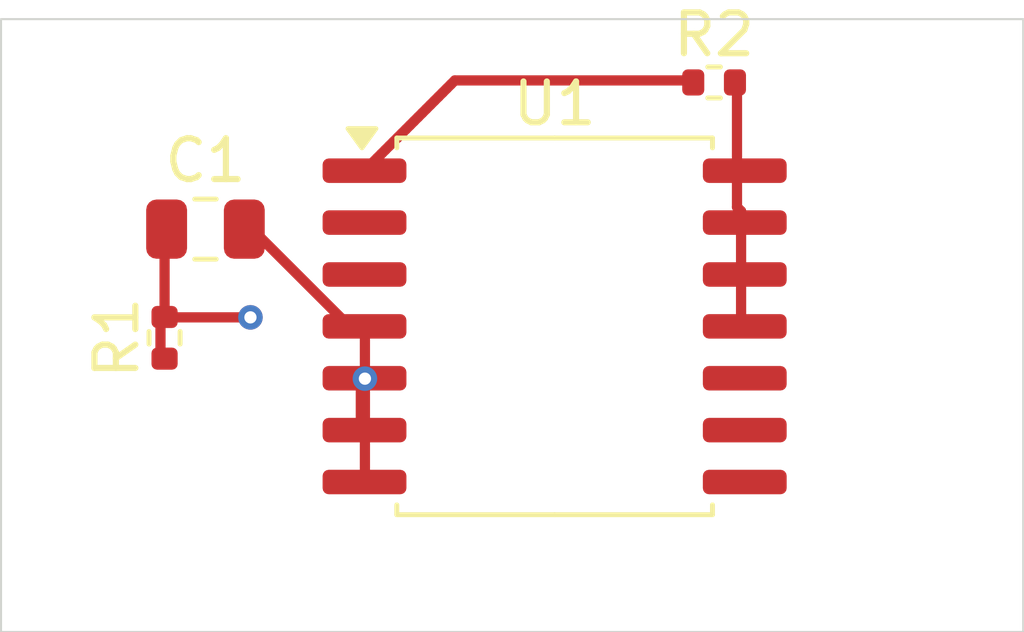
<source format=kicad_pcb>
(kicad_pcb (version 20241229) (generator "pcbnew") (generator_version "9.0")
  (layers (0 "F.Cu" signal) (4 "In1.Cu" signal) (6 "In2.Cu" signal) (2 "B.Cu" signal) (13 "F.Paste" user) (15 "B.Paste" user) (5 "F.SilkS" user "F.Silkscreen") (7 "B.SilkS" user "B.Silkscreen") (1 "F.Mask" user) (3 "B.Mask" user) (25 "Edge.Cuts" user))
  (net 0 "")
  (net 1 "GND")
  (net 2 "Net-(C1-Pad1)")
  (net 3 "VCC")
  (net 4 "Net-(U1-OUT)")
  (net 5 "Net-(U1-FB)")
  (footprint "Capacitor_SMD:C_0805_2012Metric" (layer "F.Cu") (at 110 75.14)
    (property "Reference" "C1" (at 0 -1.68 0) (layer "F.SilkS"))
    (property "Value" "C")
    (fp_line (start -0.261252 -0.735) (end 0.261252 -0.735) (stroke (width 0.12)) (layer "F.SilkS"))
    (fp_line (start -0.261252 0.735) (end 0.261252 0.735) (stroke (width 0.12)) (layer "F.SilkS"))
    (pad "1" smd roundrect (at -0.95 0) (size 1 1.45) (layers "F.Cu" "F.Mask" "F.Paste") (net 2 "Net-(C1-Pad1)"))
    (pad "2" smd roundrect (at 0.95 0) (size 1 1.45) (layers "F.Cu" "F.Mask" "F.Paste") (net 1 "GND"))
  )
  (footprint "Resistor_SMD:R_0402_1005Metric" (layer "F.Cu") (at 109 77.8 90)
    (property "Reference" "R1" (at 0 -1.17 90) (layer "F.SilkS"))
    (property "Value" "R")
    (fp_line (start -0.153641 -0.38) (end 0.153641 -0.38) (stroke (width 0.12)) (layer "F.SilkS"))
    (fp_line (start -0.153641 0.38) (end 0.153641 0.38) (stroke (width 0.12)) (layer "F.SilkS"))
    (pad "1" smd roundrect (at -0.51 0 90) (size 0.54 0.64) (layers "F.Cu" "F.Mask" "F.Paste") (net 3 "VCC"))
    (pad "2" smd roundrect (at 0.51 0 90) (size 0.54 0.64) (layers "F.Cu" "F.Mask" "F.Paste") (net 2 "Net-(C1-Pad1)"))
  )
  (footprint "Resistor_SMD:R_0402_1005Metric" (layer "F.Cu") (at 122.44 71.55)
    (property "Reference" "R2" (at 0 -1.17 0) (layer "F.SilkS"))
    (property "Value" "R")
    (fp_line (start -0.153641 -0.38) (end 0.153641 -0.38) (stroke (width 0.12)) (layer "F.SilkS"))
    (fp_line (start -0.153641 0.38) (end 0.153641 0.38) (stroke (width 0.12)) (layer "F.SilkS"))
    (pad "1" smd roundrect (at -0.51 0) (size 0.54 0.64) (layers "F.Cu" "F.Mask" "F.Paste") (net 5 "Net-(U1-FB)"))
    (pad "2" smd roundrect (at 0.51 0) (size 0.54 0.64) (layers "F.Cu" "F.Mask" "F.Paste") (net 4 "Net-(U1-OUT)"))
  )
  (footprint "Package_SO:SOIC-14W_7.5x9mm_P1.27mm" (layer "F.Cu") (at 118.54 77.52)
    (property "Reference" "U1" (at 0 -5.45 0) (layer "F.SilkS"))
    (property "Value" "LM2574HVM-3.3")
    (fp_line (start -3.86 -4.61) (end -3.86 -4.37) (stroke (width 0.12)) (layer "F.SilkS"))
    (fp_line (start -3.86 4.61) (end -3.86 4.37) (stroke (width 0.12)) (layer "F.SilkS"))
    (fp_line (start 0 -4.61) (end -3.86 -4.61) (stroke (width 0.12)) (layer "F.SilkS"))
    (fp_line (start 0 -4.61) (end 3.86 -4.61) (stroke (width 0.12)) (layer "F.SilkS"))
    (fp_line (start 0 4.61) (end -3.86 4.61) (stroke (width 0.12)) (layer "F.SilkS"))
    (fp_line (start 0 4.61) (end 3.86 4.61) (stroke (width 0.12)) (layer "F.SilkS"))
    (fp_line (start 3.86 -4.61) (end 3.86 -4.37) (stroke (width 0.12)) (layer "F.SilkS"))
    (fp_line (start 3.86 4.61) (end 3.86 4.37) (stroke (width 0.12)) (layer "F.SilkS"))
    (fp_poly (pts (xy -4.7125 -4.37) (xy -5.0525 -4.84) (xy -4.3725 -4.84)) (stroke (width 0.12)) (fill yes) (layer "F.SilkS"))
    (pad "1" smd roundrect (at -4.65 -3.81) (size 2.05 0.6) (layers "F.Cu" "F.Mask" "F.Paste"))
    (pad "2" smd roundrect (at -4.65 -2.54) (size 2.05 0.6) (layers "F.Cu" "F.Mask" "F.Paste"))
    (pad "3" smd roundrect (at -4.65 -1.27) (size 2.05 0.6) (layers "F.Cu" "F.Mask" "F.Paste") (net 5 "Net-(U1-FB)"))
    (pad "4" smd roundrect (at -4.65 0) (size 2.05 0.6) (layers "F.Cu" "F.Mask" "F.Paste") (net 1 "GND"))
    (pad "5" smd roundrect (at -4.65 1.27) (size 2.05 0.6) (layers "F.Cu" "F.Mask" "F.Paste") (net 3 "VCC"))
    (pad "6" smd roundrect (at -4.65 2.54) (size 2.05 0.6) (layers "F.Cu" "F.Mask" "F.Paste") (net 1 "GND"))
    (pad "7" smd roundrect (at -4.65 3.81) (size 2.05 0.6) (layers "F.Cu" "F.Mask" "F.Paste"))
    (pad "8" smd roundrect (at 4.65 3.81) (size 2.05 0.6) (layers "F.Cu" "F.Mask" "F.Paste"))
    (pad "9" smd roundrect (at 4.65 2.54) (size 2.05 0.6) (layers "F.Cu" "F.Mask" "F.Paste"))
    (pad "10" smd roundrect (at 4.65 1.27) (size 2.05 0.6) (layers "F.Cu" "F.Mask" "F.Paste") (net 3 "VCC"))
    (pad "11" smd roundrect (at 4.65 0) (size 2.05 0.6) (layers "F.Cu" "F.Mask" "F.Paste"))
    (pad "12" smd roundrect (at 4.65 -1.27) (size 2.05 0.6) (layers "F.Cu" "F.Mask" "F.Paste") (net 4 "Net-(U1-OUT)"))
    (pad "13" smd roundrect (at 4.65 -2.54) (size 2.05 0.6) (layers "F.Cu" "F.Mask" "F.Paste"))
    (pad "14" smd roundrect (at 4.65 -3.81) (size 2.05 0.6) (layers "F.Cu" "F.Mask" "F.Paste"))
  )
  (gr_rect (start 105 70) (end 130 85) (stroke (width 0.05)) (fill no) (layer "Edge.Cuts"))
  (segment (start 109.0 75.1) (end 109.0 77.2) (width 0.25) (layer "F.Cu") (net 2))
  (segment (start 109.0 77.2) (end 108.9 77.3) (width 0.25) (layer "F.Cu") (net 2))
  (segment (start 108.9 77.3) (end 108.9 78.2) (width 0.25) (layer "F.Cu") (net 2))
  (segment (start 108.9 78.2) (end 109.0 78.3) (width 0.25) (layer "F.Cu") (net 2))
  (segment (start 111.0 75.1) (end 111.1 75.2) (width 0.25) (layer "F.Cu") (net 1))
  (segment (start 111.1 75.2) (end 111.2 75.2) (width 0.25) (layer "F.Cu") (net 1))
  (segment (start 111.2 75.2) (end 113.4 77.4) (width 0.25) (layer "F.Cu") (net 1))
  (segment (start 113.4 77.4) (end 113.8 77.4) (width 0.25) (layer "F.Cu") (net 1))
  (segment (start 113.8 77.4) (end 113.9 77.5) (width 0.25) (layer "F.Cu") (net 1))
  (segment (start 113.9 77.5) (end 113.9 78.7) (width 0.25) (layer "F.Cu") (net 1))
  (segment (start 113.9 78.7) (end 113.8 78.8) (width 0.25) (layer "F.Cu") (net 1))
  (segment (start 113.8 78.8) (end 113.8 80.0) (width 0.25) (layer "F.Cu") (net 1))
  (segment (start 113.8 80.0) (end 113.9 80.1) (width 0.25) (layer "F.Cu") (net 1))
  (segment (start 109.0 77.3) (end 111.1 77.3) (width 0.25) (layer "F.Cu") (net 3))
  (via (at 111.1 77.3) (size 0.6) (drill 0.3) (layers "F.Cu" "In1.Cu") (net 3))
  (via (at 113.9 78.8) (size 0.6) (drill 0.3) (layers "In1.Cu" "F.Cu") (net 3))
  (segment (start 113.9 78.8) (end 113.9 79.9) (width 0.25) (layer "F.Cu") (net 3))
  (segment (start 113.9 79.9) (end 114.0 80.0) (width 0.25) (layer "F.Cu") (net 3))
  (segment (start 114.0 80.0) (end 114.0 80.1) (width 0.25) (layer "F.Cu") (net 3))
  (segment (start 114.0 80.1) (end 113.9 80.2) (width 0.25) (layer "F.Cu") (net 3))
  (segment (start 113.9 80.2) (end 113.9 81.3) (width 0.25) (layer "F.Cu") (net 3))
  (segment (start 121.9 71.5) (end 116.1 71.5) (width 0.25) (layer "F.Cu") (net 5))
  (segment (start 116.1 71.5) (end 116.0 71.6) (width 0.25) (layer "F.Cu") (net 5))
  (segment (start 116.0 71.6) (end 115.9 71.7) (width 0.25) (layer "F.Cu") (net 5))
  (segment (start 115.9 71.7) (end 115.8 71.8) (width 0.25) (layer "F.Cu") (net 5))
  (segment (start 115.8 71.8) (end 115.7 71.9) (width 0.25) (layer "F.Cu") (net 5))
  (segment (start 115.7 71.9) (end 115.6 72.0) (width 0.25) (layer "F.Cu") (net 5))
  (segment (start 115.6 72.0) (end 115.5 72.1) (width 0.25) (layer "F.Cu") (net 5))
  (segment (start 115.5 72.1) (end 115.4 72.2) (width 0.25) (layer "F.Cu") (net 5))
  (segment (start 115.4 72.2) (end 115.3 72.3) (width 0.25) (layer "F.Cu") (net 5))
  (segment (start 115.3 72.3) (end 115.2 72.4) (width 0.25) (layer "F.Cu") (net 5))
  (segment (start 115.2 72.4) (end 115.1 72.5) (width 0.25) (layer "F.Cu") (net 5))
  (segment (start 115.1 72.5) (end 115.0 72.6) (width 0.25) (layer "F.Cu") (net 5))
  (segment (start 115.0 72.6) (end 114.9 72.7) (width 0.25) (layer "F.Cu") (net 5))
  (segment (start 114.9 72.7) (end 114.8 72.8) (width 0.25) (layer "F.Cu") (net 5))
  (segment (start 114.8 72.8) (end 114.7 72.9) (width 0.25) (layer "F.Cu") (net 5))
  (segment (start 114.7 72.9) (end 114.6 73.0) (width 0.25) (layer "F.Cu") (net 5))
  (segment (start 114.6 73.0) (end 114.5 73.1) (width 0.25) (layer "F.Cu") (net 5))
  (segment (start 114.5 73.1) (end 114.4 73.2) (width 0.25) (layer "F.Cu") (net 5))
  (segment (start 114.4 73.2) (end 114.3 73.3) (width 0.25) (layer "F.Cu") (net 5))
  (segment (start 114.3 73.3) (end 114.2 73.4) (width 0.25) (layer "F.Cu") (net 5))
  (segment (start 114.2 73.4) (end 114.1 73.5) (width 0.25) (layer "F.Cu") (net 5))
  (segment (start 114.1 73.5) (end 114.0 73.6) (width 0.25) (layer "F.Cu") (net 5))
  (segment (start 114.0 73.6) (end 113.9 73.7) (width 0.25) (layer "F.Cu") (net 5))
  (segment (start 123.0 71.5) (end 123.0 74.6) (width 0.25) (layer "F.Cu") (net 4))
  (segment (start 123.0 74.6) (end 123.1 74.7) (width 0.25) (layer "F.Cu") (net 4))
  (segment (start 123.1 74.7) (end 123.1 77.4) (width 0.25) (layer "F.Cu") (net 4))
  (segment (start 123.1 77.4) (end 123.2 77.5) (width 0.25) (layer "F.Cu") (net 4))
)
</source>
